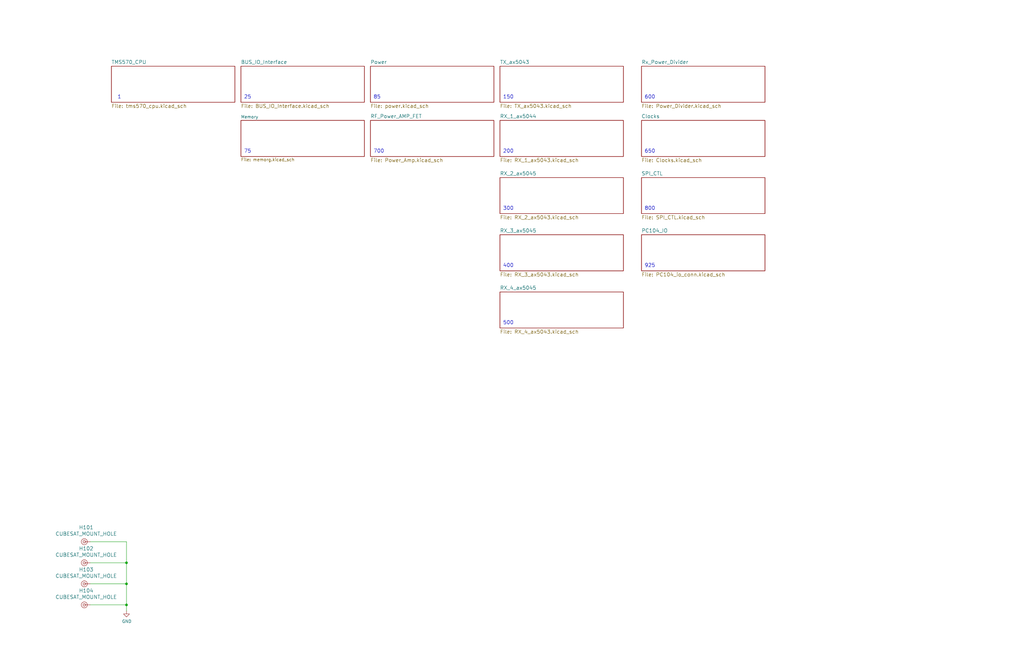
<source format=kicad_sch>
(kicad_sch (version 20230121) (generator eeschema)
  (paper "USLedger")
  (title_block (title "Radiation Tolerant Internal Housekeeping Unit (IHU)") (date "2022-12-27") (rev "1.2") (company "AMSAT-NA") (comment 1 "N5BRG"))
  (lib_symbols
    (symbol "PACSAT_DEV_misc:CUBESAT_MOUNT_HOLE_1" (pin_numbers hide) (pin_names (offset 0) hide)
      (property "Reference" "H104" (at 0.7874 6.0198 0))
      (property "Value" "CUBESAT_MOUNT_HOLE" (at 0.7874 3.3274 0))
      (symbol "CUBESAT_MOUNT_HOLE_1_0_1"
        (circle (center 0 0) (radius 0.5588))
        (circle (center 0 0) (radius 1.27))
      )
      (symbol "CUBESAT_MOUNT_HOLE_1_1_1"
        (pin passive line (at 2.54 0 180) (length 2.54) (name "1") (number "1"))
      )
    )
    (symbol "power:GND" (power) (pin_names (offset 0))
      (property "Value" "GND" (at 0 -3.81 0))
      (symbol "GND_0_1"
        (polyline (pts (xy 0 0) (xy 0 -1.27) (xy 1.27 -1.27) (xy 0 -2.54) (xy -1.27 -1.27) (xy 0 -1.27)))
      )
      (symbol "GND_1_1"
        (pin power_in line (at 0 0 270) (length 0) hide (name "GND") (number "1"))
      )
    )
  )
  (junction (at 53.34 246.38))
  (junction (at 53.34 255.27))
  (junction (at 53.34 237.49))
  (wire (pts (xy 38.1 246.38) (xy 53.34 246.38)))
  (wire (pts (xy 38.1 255.27) (xy 53.34 255.27)))
  (wire (pts (xy 53.34 246.38) (xy 53.34 255.27)))
  (wire (pts (xy 53.34 255.27) (xy 53.34 257.81)))
  (wire (pts (xy 53.34 228.6) (xy 53.34 237.49)))
  (wire (pts (xy 38.1 237.49) (xy 53.34 237.49)))
  (wire (pts (xy 38.1 228.6) (xy 53.34 228.6)))
  (wire (pts (xy 53.34 237.49) (xy 53.34 246.38)))
  (text "600" (at 271.78 41.91 0) (effects (font (size 1.524 1.524)) (justify left bottom)))
  (text "200" (at 212.09 64.77 0) (effects (font (size 1.524 1.524)) (justify left bottom)))
  (text "400" (at 212.09 113.03 0) (effects (font (size 1.524 1.524)) (justify left bottom)))
  (text "650" (at 271.78 64.77 0) (effects (font (size 1.524 1.524)) (justify left bottom)))
  (text "150" (at 212.09 41.91 0) (effects (font (size 1.524 1.524)) (justify left bottom)))
  (text "75" (at 102.87 64.77 0) (effects (font (size 1.524 1.524)) (justify left bottom)))
  (text "500" (at 212.09 137.16 0) (effects (font (size 1.524 1.524)) (justify left bottom)))
  (text "800" (at 271.78 88.9 0) (effects (font (size 1.524 1.524)) (justify left bottom)))
  (text "300" (at 212.09 88.9 0) (effects (font (size 1.524 1.524)) (justify left bottom)))
  (text "700" (at 157.48 64.77 0) (effects (font (size 1.524 1.524)) (justify left bottom)))
  (text "1" (at 49.53 41.91 0) (effects (font (size 1.524 1.524)) (justify left bottom)))
  (text "25" (at 102.87 41.91 0) (effects (font (size 1.524 1.524)) (justify left bottom)))
  (text "925" (at 271.78 113.03 0) (effects (font (size 1.524 1.524)) (justify left bottom)))
  (text "85" (at 157.48 41.91 0) (effects (font (size 1.524 1.524)) (justify left bottom)))
  (symbol (lib_id "PACSAT_DEV_misc:CUBESAT_MOUNT_HOLE_1") (at 35.56 228.6 0) (unit 1)
    (property "Reference" "H101" (at 36.3474 222.5802 0) (effects (font (size 1.524 1.524))))
    (property "Value" "CUBESAT_MOUNT_HOLE" (at 36.3474 225.2726 0) (effects (font (size 1.524 1.524))))
    (property "Footprint" "PacSatDev_misc:CUBESAT_MOUNT_HOLE" (effects hide))
  )
  (symbol (lib_id "PACSAT_DEV_misc:CUBESAT_MOUNT_HOLE_1") (at 35.56 237.49 0) (unit 1)
    (property "Reference" "H102" (at 36.3474 231.4702 0) (effects (font (size 1.524 1.524))))
    (property "Value" "CUBESAT_MOUNT_HOLE" (at 36.3474 234.1626 0) (effects (font (size 1.524 1.524))))
    (property "Footprint" "PacSatDev_misc:CUBESAT_MOUNT_HOLE" (effects hide))
  )
  (symbol (lib_id "PACSAT_DEV_misc:CUBESAT_MOUNT_HOLE_1") (at 35.56 246.38 0) (unit 1)
    (property "Reference" "H103" (at 36.3474 240.3602 0) (effects (font (size 1.524 1.524))))
    (property "Value" "CUBESAT_MOUNT_HOLE" (at 36.3474 243.0526 0) (effects (font (size 1.524 1.524))))
    (property "Footprint" "PacSatDev_misc:CUBESAT_MOUNT_HOLE" (effects hide))
  )
  (symbol (lib_id "PACSAT_DEV_misc:CUBESAT_MOUNT_HOLE_1") (at 35.56 255.27 0) (unit 1)
    (property "Reference" "H104" (at 36.3474 249.2502 0) (effects (font (size 1.524 1.524))))
    (property "Value" "CUBESAT_MOUNT_HOLE" (at 36.3474 251.9426 0) (effects (font (size 1.524 1.524))))
    (property "Footprint" "PacSatDev_misc:CUBESAT_MOUNT_HOLE" (effects hide))
  )
  (symbol (lib_id "power:GND") (at 53.34 257.81 0) (unit 1)
    (property "Reference" "#PWR0101" (effects hide))
    (property "Value" "GND" (at 53.467 262.2042 0))
  )
  (sheet (at 210.82 27.94) (size 52.07 15.24)
    (property "Sheetname" "TX_ax5043" (at 210.82 27.1014 0) (effects (font (size 1.524 1.524)) (justify left bottom)))
    (property "Sheetfile" "TX_ax5043.kicad_sch" (at 210.82 43.8662 0) (effects (font (size 1.524 1.524)) (justify left top)))
  )
  (sheet (at 156.21 27.94) (size 52.07 15.24)
    (property "Sheetname" "Power" (at 156.21 27.1014 0) (effects (font (size 1.524 1.524)) (justify left bottom)))
    (property "Sheetfile" "power.kicad_sch" (at 156.21 43.8662 0) (effects (font (size 1.524 1.524)) (justify left top)))
  )
  (sheet (at 210.82 50.8) (size 52.07 15.24)
    (property "Sheetname" "RX_1_ax5044" (at 210.82 49.9614 0) (effects (font (size 1.524 1.524)) (justify left bottom)))
    (property "Sheetfile" "RX_1_ax5043.kicad_sch" (at 210.82 66.7262 0) (effects (font (size 1.524 1.524)) (justify left top)))
  )
  (sheet (at 270.51 99.06) (size 52.07 15.24)
    (property "Sheetname" "PC104_IO" (at 270.51 98.2214 0) (effects (font (size 1.524 1.524)) (justify left bottom)))
    (property "Sheetfile" "PC104_io_conn.kicad_sch" (at 270.51 114.9862 0) (effects (font (size 1.524 1.524)) (justify left top)))
  )
  (sheet (at 210.82 74.93) (size 52.07 15.24)
    (property "Sheetname" "RX_2_ax5045" (at 210.82 74.0914 0) (effects (font (size 1.524 1.524)) (justify left bottom)))
    (property "Sheetfile" "RX_2_ax5043.kicad_sch" (at 210.82 90.8562 0) (effects (font (size 1.524 1.524)) (justify left top)))
  )
  (sheet (at 101.6 50.8) (size 52.07 15.24) (stroke (width 0.1524))
    (property "Sheetname" "Memory" (at 101.6 50.0884 0) (effects (justify left bottom)))
    (property "Sheetfile" "memorg.kicad_sch" (at 101.6 66.6246 0) (effects (justify left top)))
  )
  (sheet (at 210.82 99.06) (size 52.07 15.24)
    (property "Sheetname" "RX_3_ax5045" (at 210.82 98.2214 0) (effects (font (size 1.524 1.524)) (justify left bottom)))
    (property "Sheetfile" "RX_3_ax5043.kicad_sch" (at 210.82 114.9862 0) (effects (font (size 1.524 1.524)) (justify left top)))
  )
  (sheet (at 270.51 27.94) (size 52.07 15.24)
    (property "Sheetname" "Rx_Power_Divider" (at 270.51 27.1014 0) (effects (font (size 1.524 1.524)) (justify left bottom)))
    (property "Sheetfile" "Power_Divider.kicad_sch" (at 270.51 43.8662 0) (effects (font (size 1.524 1.524)) (justify left top)))
  )
  (sheet (at 270.51 50.8) (size 52.07 15.24)
    (property "Sheetname" "Clocks" (at 270.51 49.9614 0) (effects (font (size 1.524 1.524)) (justify left bottom)))
    (property "Sheetfile" "Clocks.kicad_sch" (at 270.51 66.7262 0) (effects (font (size 1.524 1.524)) (justify left top)))
  )
  (sheet (at 46.99 27.94) (size 52.07 15.24)
    (property "Sheetname" "TMS570_CPU" (at 46.99 27.1014 0) (effects (font (size 1.524 1.524)) (justify left bottom)))
    (property "Sheetfile" "tms570_cpu.kicad_sch" (at 46.99 43.8662 0) (effects (font (size 1.524 1.524)) (justify left top)))
  )
  (sheet (at 101.6 27.94) (size 52.07 15.24)
    (property "Sheetname" "BUS_IO_Interface" (at 101.6 27.1014 0) (effects (font (size 1.524 1.524)) (justify left bottom)))
    (property "Sheetfile" "BUS_IO_Interface.kicad_sch" (at 101.6 43.8662 0) (effects (font (size 1.524 1.524)) (justify left top)))
  )
  (sheet (at 156.21 50.8) (size 52.07 15.24)
    (property "Sheetname" "RF_Power_AMP_FET" (at 156.21 49.9614 0) (effects (font (size 1.524 1.524)) (justify left bottom)))
    (property "Sheetfile" "Power_Amp.kicad_sch" (at 156.21 66.7262 0) (effects (font (size 1.524 1.524)) (justify left top)))
  )
  (sheet (at 270.51 74.93) (size 52.07 15.24)
    (property "Sheetname" "SPI_CTL" (at 270.51 74.0914 0) (effects (font (size 1.524 1.524)) (justify left bottom)))
    (property "Sheetfile" "SPI_CTL.kicad_sch" (at 270.51 90.8562 0) (effects (font (size 1.524 1.524)) (justify left top)))
  )
  (sheet (at 210.82 123.19) (size 52.07 15.24)
    (property "Sheetname" "RX_4_ax5045" (at 210.82 122.3514 0) (effects (font (size 1.524 1.524)) (justify left bottom)))
    (property "Sheetfile" "RX_4_ax5043.kicad_sch" (at 210.82 139.1162 0) (effects (font (size 1.524 1.524)) (justify left top)))
  )
)
</source>
